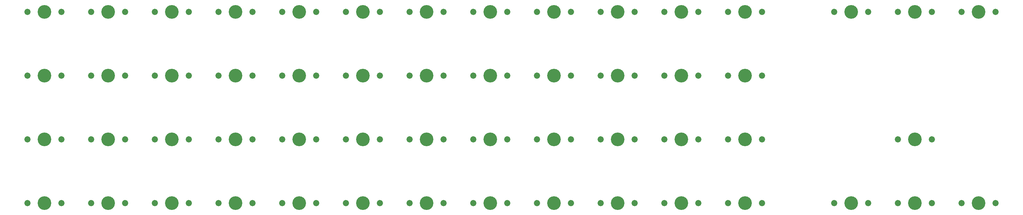
<source format=gbr>
%TF.GenerationSoftware,KiCad,Pcbnew,(5.1.6-0-10_14)*%
%TF.CreationDate,2020-10-13T20:32:32+01:00*%
%TF.ProjectId,Lil-Cheat,4c696c2d-4368-4656-9174-2e6b69636164,rev?*%
%TF.SameCoordinates,Original*%
%TF.FileFunction,Soldermask,Top*%
%TF.FilePolarity,Negative*%
%FSLAX46Y46*%
G04 Gerber Fmt 4.6, Leading zero omitted, Abs format (unit mm)*
G04 Created by KiCad (PCBNEW (5.1.6-0-10_14)) date 2020-10-13 20:32:32*
%MOMM*%
%LPD*%
G01*
G04 APERTURE LIST*
%ADD10C,1.850000*%
%ADD11C,4.087800*%
G04 APERTURE END LIST*
D10*
%TO.C,MX55*%
X294640000Y-128270000D03*
X284480000Y-128270000D03*
D11*
X289560000Y-128270000D03*
%TD*%
D10*
%TO.C,MX40*%
X186690000Y-128270000D03*
X176530000Y-128270000D03*
D11*
X181610000Y-128270000D03*
%TD*%
%TO.C,MX1*%
X10160000Y-71120000D03*
D10*
X5080000Y-71120000D03*
X15240000Y-71120000D03*
%TD*%
D11*
%TO.C,MX2*%
X10160000Y-90170000D03*
D10*
X5080000Y-90170000D03*
X15240000Y-90170000D03*
%TD*%
D11*
%TO.C,MX3*%
X10160000Y-109220000D03*
D10*
X5080000Y-109220000D03*
X15240000Y-109220000D03*
%TD*%
%TO.C,MX4*%
X15240000Y-128270000D03*
X5080000Y-128270000D03*
D11*
X10160000Y-128270000D03*
%TD*%
D10*
%TO.C,MX5*%
X34290000Y-71120000D03*
X24130000Y-71120000D03*
D11*
X29210000Y-71120000D03*
%TD*%
%TO.C,MX6*%
X29210000Y-90170000D03*
D10*
X24130000Y-90170000D03*
X34290000Y-90170000D03*
%TD*%
D11*
%TO.C,MX7*%
X29210000Y-109220000D03*
D10*
X24130000Y-109220000D03*
X34290000Y-109220000D03*
%TD*%
%TO.C,MX8*%
X34290000Y-128270000D03*
X24130000Y-128270000D03*
D11*
X29210000Y-128270000D03*
%TD*%
D10*
%TO.C,MX9*%
X53340000Y-71120000D03*
X43180000Y-71120000D03*
D11*
X48260000Y-71120000D03*
%TD*%
%TO.C,MX10*%
X48260000Y-90170000D03*
D10*
X43180000Y-90170000D03*
X53340000Y-90170000D03*
%TD*%
D11*
%TO.C,MX11*%
X48260000Y-109220000D03*
D10*
X43180000Y-109220000D03*
X53340000Y-109220000D03*
%TD*%
%TO.C,MX12*%
X53340000Y-128270000D03*
X43180000Y-128270000D03*
D11*
X48260000Y-128270000D03*
%TD*%
D10*
%TO.C,MX13*%
X72390000Y-71120000D03*
X62230000Y-71120000D03*
D11*
X67310000Y-71120000D03*
%TD*%
%TO.C,MX14*%
X67310000Y-90170000D03*
D10*
X62230000Y-90170000D03*
X72390000Y-90170000D03*
%TD*%
D11*
%TO.C,MX15*%
X67310000Y-109220000D03*
D10*
X62230000Y-109220000D03*
X72390000Y-109220000D03*
%TD*%
%TO.C,MX16*%
X72390000Y-128270000D03*
X62230000Y-128270000D03*
D11*
X67310000Y-128270000D03*
%TD*%
D10*
%TO.C,MX17*%
X91440000Y-71120000D03*
X81280000Y-71120000D03*
D11*
X86360000Y-71120000D03*
%TD*%
%TO.C,MX18*%
X86360000Y-90170000D03*
D10*
X81280000Y-90170000D03*
X91440000Y-90170000D03*
%TD*%
D11*
%TO.C,MX19*%
X86360000Y-109220000D03*
D10*
X81280000Y-109220000D03*
X91440000Y-109220000D03*
%TD*%
%TO.C,MX20*%
X91440000Y-128270000D03*
X81280000Y-128270000D03*
D11*
X86360000Y-128270000D03*
%TD*%
%TO.C,MX21*%
X105410000Y-71120000D03*
D10*
X100330000Y-71120000D03*
X110490000Y-71120000D03*
%TD*%
D11*
%TO.C,MX22*%
X105410000Y-90170000D03*
D10*
X100330000Y-90170000D03*
X110490000Y-90170000D03*
%TD*%
D11*
%TO.C,MX23*%
X105410000Y-109220000D03*
D10*
X100330000Y-109220000D03*
X110490000Y-109220000D03*
%TD*%
%TO.C,MX24*%
X110490000Y-128270000D03*
X100330000Y-128270000D03*
D11*
X105410000Y-128270000D03*
%TD*%
%TO.C,MX25*%
X124460000Y-71120000D03*
D10*
X119380000Y-71120000D03*
X129540000Y-71120000D03*
%TD*%
D11*
%TO.C,MX26*%
X124460000Y-90170000D03*
D10*
X119380000Y-90170000D03*
X129540000Y-90170000D03*
%TD*%
D11*
%TO.C,MX27*%
X124460000Y-109220000D03*
D10*
X119380000Y-109220000D03*
X129540000Y-109220000D03*
%TD*%
%TO.C,MX28*%
X129540000Y-128270000D03*
X119380000Y-128270000D03*
D11*
X124460000Y-128270000D03*
%TD*%
%TO.C,MX29*%
X143510000Y-71120000D03*
D10*
X138430000Y-71120000D03*
X148590000Y-71120000D03*
%TD*%
D11*
%TO.C,MX30*%
X143510000Y-90170000D03*
D10*
X138430000Y-90170000D03*
X148590000Y-90170000D03*
%TD*%
D11*
%TO.C,MX31*%
X143510000Y-109220000D03*
D10*
X138430000Y-109220000D03*
X148590000Y-109220000D03*
%TD*%
%TO.C,MX32*%
X148590000Y-128270000D03*
X138430000Y-128270000D03*
D11*
X143510000Y-128270000D03*
%TD*%
%TO.C,MX33*%
X162560000Y-71120000D03*
D10*
X157480000Y-71120000D03*
X167640000Y-71120000D03*
%TD*%
D11*
%TO.C,MX34*%
X162560000Y-90170000D03*
D10*
X157480000Y-90170000D03*
X167640000Y-90170000D03*
%TD*%
%TO.C,MX35*%
X167640000Y-109220000D03*
X157480000Y-109220000D03*
D11*
X162560000Y-109220000D03*
%TD*%
D10*
%TO.C,MX36*%
X167640000Y-128270000D03*
X157480000Y-128270000D03*
D11*
X162560000Y-128270000D03*
%TD*%
%TO.C,MX37*%
X181610000Y-71120000D03*
D10*
X176530000Y-71120000D03*
X186690000Y-71120000D03*
%TD*%
D11*
%TO.C,MX38*%
X181610000Y-90170000D03*
D10*
X176530000Y-90170000D03*
X186690000Y-90170000D03*
%TD*%
%TO.C,MX39*%
X186690000Y-109220000D03*
X176530000Y-109220000D03*
D11*
X181610000Y-109220000D03*
%TD*%
%TO.C,MX41*%
X200660000Y-71120000D03*
D10*
X195580000Y-71120000D03*
X205740000Y-71120000D03*
%TD*%
D11*
%TO.C,MX42*%
X200660000Y-90170000D03*
D10*
X195580000Y-90170000D03*
X205740000Y-90170000D03*
%TD*%
%TO.C,MX43*%
X205740000Y-109220000D03*
X195580000Y-109220000D03*
D11*
X200660000Y-109220000D03*
%TD*%
D10*
%TO.C,MX44*%
X205740000Y-128270000D03*
X195580000Y-128270000D03*
D11*
X200660000Y-128270000D03*
%TD*%
%TO.C,MX45*%
X219710000Y-71120000D03*
D10*
X214630000Y-71120000D03*
X224790000Y-71120000D03*
%TD*%
D11*
%TO.C,MX46*%
X219710000Y-90170000D03*
D10*
X214630000Y-90170000D03*
X224790000Y-90170000D03*
%TD*%
%TO.C,MX47*%
X224790000Y-109220000D03*
X214630000Y-109220000D03*
D11*
X219710000Y-109220000D03*
%TD*%
D10*
%TO.C,MX48*%
X224790000Y-128270000D03*
X214630000Y-128270000D03*
D11*
X219710000Y-128270000D03*
%TD*%
D10*
%TO.C,MX49*%
X256540000Y-71120000D03*
X246380000Y-71120000D03*
D11*
X251460000Y-71120000D03*
%TD*%
D10*
%TO.C,MX50*%
X256540000Y-128270000D03*
X246380000Y-128270000D03*
D11*
X251460000Y-128270000D03*
%TD*%
D10*
%TO.C,MX51*%
X275590000Y-71120000D03*
X265430000Y-71120000D03*
D11*
X270510000Y-71120000D03*
%TD*%
D10*
%TO.C,MX52*%
X275590000Y-109220000D03*
X265430000Y-109220000D03*
D11*
X270510000Y-109220000D03*
%TD*%
D10*
%TO.C,MX53*%
X275590000Y-128270000D03*
X265430000Y-128270000D03*
D11*
X270510000Y-128270000D03*
%TD*%
D10*
%TO.C,MX54*%
X294640000Y-71120000D03*
X284480000Y-71120000D03*
D11*
X289560000Y-71120000D03*
%TD*%
M02*

</source>
